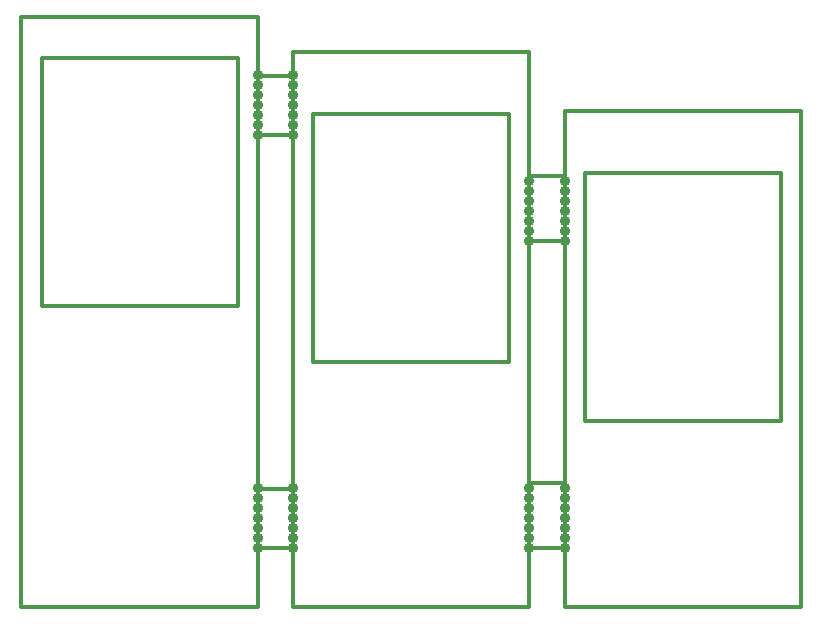
<source format=gbr>
%FSDAX33Y33*%
%MOMM*%
%SFA1.000B1.000*%

%MIA0B0*%
%IPPOS*%
%ADD296C,0.30000*%
%ADD298C,0.90100*%
%LNCO-NE*%
%LPD*%
G54D298*
X041738Y042530D03*
X038738Y042530D03*
X041738Y043380D03*
X038738Y043380D03*
X041738Y041700D03*
X038738Y041700D03*
X041738Y040850D03*
X038738Y040850D03*
X041738Y040000D03*
X038738Y040000D03*
X041738Y044230D03*
X038738Y044230D03*
X041738Y045080D03*
X038738Y045080D03*
X041738Y007530D03*
X038738Y007530D03*
X041738Y008380D03*
X038738Y008380D03*
X041738Y006700D03*
X038738Y006700D03*
X041738Y005850D03*
X038738Y005850D03*
X041738Y005000D03*
X038738Y005000D03*
X041738Y009230D03*
X038738Y009230D03*
X041738Y010080D03*
X038738Y010080D03*
X064738Y007530D03*
X061738Y007530D03*
X064738Y008380D03*
X061738Y008380D03*
X064738Y006700D03*
X061738Y006700D03*
X064738Y005850D03*
X061738Y005850D03*
X064738Y005000D03*
X061738Y005000D03*
X064738Y009230D03*
X061738Y009230D03*
X064738Y010080D03*
X061738Y010080D03*
X064738Y033530D03*
X061738Y033530D03*
X064738Y034380D03*
X061738Y034380D03*
X064738Y032700D03*
X061738Y032700D03*
X064738Y031850D03*
X061738Y031850D03*
X064738Y031000D03*
X061738Y031000D03*
X064738Y035230D03*
X061738Y035230D03*
X064738Y036080D03*
X061738Y036080D03*
G54D296*
X018738Y000000D02*
G01X038738Y000000D01*
X038738Y005000D01*
X041738Y005000D01*
X041738Y000000D01*
X061738Y000000D01*
X061738Y005000D01*
X064738Y005000D01*
X064738Y000000D01*
X084738Y000000D01*
X084738Y042000D01*
X064738Y042000D01*
X064738Y036500D01*
X061738Y036500D01*
X061738Y047000D01*
X041738Y047000D01*
X041738Y045000D01*
X038738Y045000D01*
X038738Y050000D01*
X018738Y050000D01*
X018738Y000000D01*
X038738Y040000D02*
G01X041738Y040000D01*
X041738Y010000D01*
X038738Y010000D01*
X038738Y040000D01*
X018738Y000000D02*
G01X038738Y000000D01*
X038738Y005000D01*
X041738Y005000D01*
X041738Y000000D01*
X061738Y000000D01*
X061738Y005000D01*
X064738Y005000D01*
X064738Y000000D01*
X084738Y000000D01*
X084738Y042000D01*
X064738Y042000D01*
X064738Y036500D01*
X061738Y036500D01*
X061738Y047000D01*
X041738Y047000D01*
X041738Y045000D01*
X038738Y045000D01*
X038738Y050000D01*
X018738Y050000D01*
X018738Y000000D01*
X038738Y040000D02*
G01X041738Y040000D01*
X041738Y010000D01*
X038738Y010000D01*
X038738Y040000D01*
X018738Y000000D02*
G01X038738Y000000D01*
X038738Y005000D01*
X041738Y005000D01*
X041738Y000000D01*
X061738Y000000D01*
X061738Y005000D01*
X064738Y005000D01*
X064738Y000000D01*
X084738Y000000D01*
X084738Y042000D01*
X064738Y042000D01*
X064738Y036500D01*
X061738Y036500D01*
X061738Y047000D01*
X041738Y047000D01*
X041738Y045000D01*
X038738Y045000D01*
X038738Y050000D01*
X018738Y050000D01*
X018738Y000000D01*
X038738Y040000D02*
G01X041738Y040000D01*
X041738Y010000D01*
X038738Y010000D01*
X038738Y040000D01*
X018738Y000000D02*
G01X038738Y000000D01*
X038738Y005000D01*
X041738Y005000D01*
X041738Y000000D01*
X061738Y000000D01*
X061738Y005000D01*
X064738Y005000D01*
X064738Y000000D01*
X084738Y000000D01*
X084738Y042000D01*
X064738Y042000D01*
X064738Y036500D01*
X061738Y036500D01*
X061738Y047000D01*
X041738Y047000D01*
X041738Y045000D01*
X038738Y045000D01*
X038738Y050000D01*
X018738Y050000D01*
X018738Y000000D01*
X038738Y040000D02*
G01X041738Y040000D01*
X041738Y010000D01*
X038738Y010000D01*
X038738Y040000D01*
X020458Y025515D02*
G01X037058Y025515D01*
X037058Y046515D01*
X020458Y046515D01*
X020458Y025515D01*
X018738Y000000D02*
G01X038738Y000000D01*
X038738Y005000D01*
X041738Y005000D01*
X041738Y000000D01*
X061738Y000000D01*
X061738Y005000D01*
X064738Y005000D01*
X064738Y000000D01*
X084738Y000000D01*
X084738Y042000D01*
X064738Y042000D01*
X064738Y036500D01*
X061738Y036500D01*
X061738Y047000D01*
X041738Y047000D01*
X041738Y045000D01*
X038738Y045000D01*
X038738Y050000D01*
X018738Y050000D01*
X018738Y000000D01*
X038738Y040000D02*
G01X041738Y040000D01*
X041738Y010000D01*
X038738Y010000D01*
X038738Y040000D01*
X043433Y020750D02*
G01X060033Y020750D01*
X060033Y041750D01*
X043433Y041750D01*
X043433Y020750D01*
X061738Y010500D02*
G01X064738Y010500D01*
X064738Y031000D01*
X061738Y031000D01*
X061738Y010500D01*
X061738Y010500D02*
G01X064738Y010500D01*
X064738Y031000D01*
X061738Y031000D01*
X061738Y010500D01*
X061738Y010500D02*
G01X064738Y010500D01*
X064738Y031000D01*
X061738Y031000D01*
X061738Y010500D01*
X061738Y010500D02*
G01X064738Y010500D01*
X064738Y031000D01*
X061738Y031000D01*
X061738Y010500D01*
X061738Y010500D02*
G01X064738Y010500D01*
X064738Y031000D01*
X061738Y031000D01*
X061738Y010500D01*
X066458Y015795D02*
G01X083058Y015795D01*
X083058Y036795D01*
X066458Y036795D01*
X066458Y015795D01*
X041738Y045380D02*
G01X041738Y039680D01*
X038738Y045380D02*
G01X038738Y039680D01*
X041738Y010380D02*
G01X041738Y004680D01*
X038738Y010380D02*
G01X038738Y004680D01*
X064738Y010380D02*
G01X064738Y004680D01*
X061738Y010380D02*
G01X061738Y004680D01*
X064738Y036380D02*
G01X064738Y030680D01*
X061738Y036380D02*
G01X061738Y030680D01*
M02*

</source>
